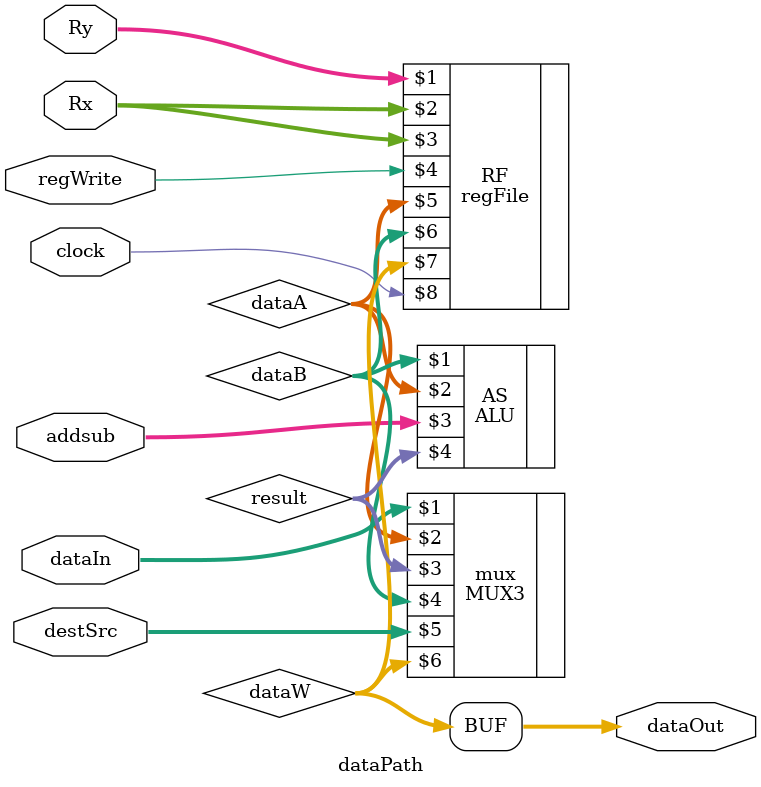
<source format=v>
`timescale 1ns / 1ps


module dataPath(
    input [7:0] dataIn,       // Input data
    input [2:0] Rx,           // Register X address
    input [2:0] Ry,           // Register Y address
    output [7:0] dataOut,     // Output data
    input [2:0] addsub,       // ALU operation selector
    input [1:0] destSrc,      // Destination source selector
    input regWrite,           // Register write enable
    input clock               // Clock signal
    );
	wire [7:0] dataA,  dataB, dataW, result; 

	assign dataOut = dataW;
	
	regFile RF(Ry, Rx, Rx, regWrite, dataA, dataB, dataW, clock);
	
	ALU   AS(dataB, dataA, addsub, result);
	
	MUX3  mux(dataIn, dataA, result, dataB, destSrc, dataW);


endmodule

</source>
